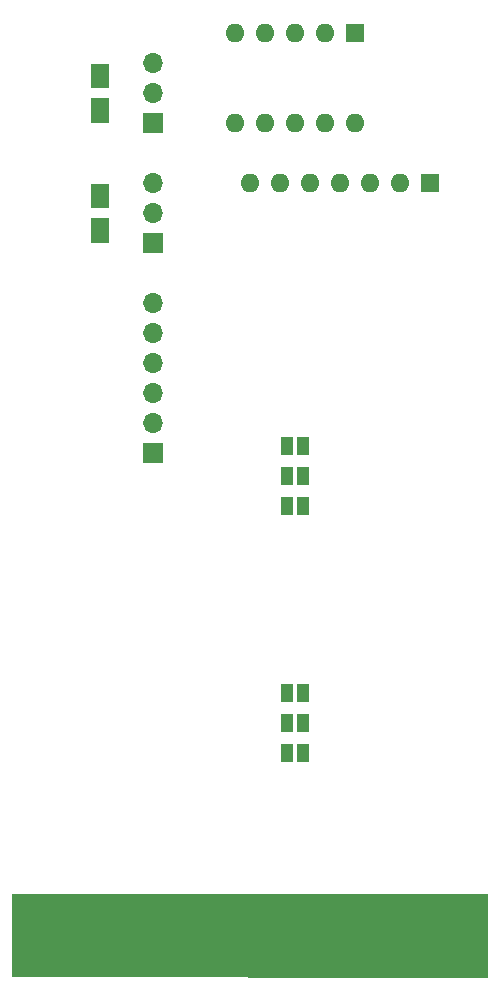
<source format=gbr>
%TF.GenerationSoftware,KiCad,Pcbnew,(5.1.10)-1*%
%TF.CreationDate,2022-11-16T00:45:25-05:00*%
%TF.ProjectId,Coleco-Card3,436f6c65-636f-42d4-9361-7264332e6b69,1*%
%TF.SameCoordinates,Original*%
%TF.FileFunction,Soldermask,Bot*%
%TF.FilePolarity,Negative*%
%FSLAX46Y46*%
G04 Gerber Fmt 4.6, Leading zero omitted, Abs format (unit mm)*
G04 Created by KiCad (PCBNEW (5.1.10)-1) date 2022-11-16 00:45:25*
%MOMM*%
%LPD*%
G01*
G04 APERTURE LIST*
%ADD10C,0.100000*%
%ADD11R,1.750000X7.000000*%
%ADD12R,1.700000X1.700000*%
%ADD13O,1.700000X1.700000*%
%ADD14R,1.000000X1.500000*%
%ADD15R,1.600000X1.600000*%
%ADD16O,1.600000X1.600000*%
%ADD17R,1.500000X1.500000*%
G04 APERTURE END LIST*
D10*
%TO.C,X1*%
G36*
X78943201Y-146547701D02*
G01*
X78943201Y-153469201D01*
X119138701Y-153532701D01*
X119138701Y-146547701D01*
X78943201Y-146547701D01*
G37*
X78943201Y-146547701D02*
X78943201Y-153469201D01*
X119138701Y-153532701D01*
X119138701Y-146547701D01*
X78943201Y-146547701D01*
%TD*%
D11*
%TO.C,X1*%
X99072701Y-150040201D03*
X104152701Y-150040201D03*
X96532701Y-150040201D03*
X101612701Y-150040201D03*
X93992701Y-150040201D03*
X81292701Y-150040201D03*
X116852701Y-150040201D03*
X111772701Y-150040201D03*
X114312701Y-150040201D03*
X109232701Y-150040201D03*
X106692701Y-150040201D03*
X86372701Y-150040201D03*
X83832701Y-150040201D03*
X88912701Y-150040201D03*
X91452701Y-150040201D03*
%TD*%
D12*
%TO.C,J1*%
X90805000Y-81280000D03*
D13*
X90805000Y-78740000D03*
X90805000Y-76200000D03*
%TD*%
D12*
%TO.C,J2*%
X90805000Y-91440000D03*
D13*
X90805000Y-88900000D03*
X90805000Y-86360000D03*
%TD*%
D14*
%TO.C,JP6*%
X103505000Y-132080000D03*
X102205000Y-132080000D03*
%TD*%
%TO.C,JP7*%
X103505000Y-134620000D03*
X102205000Y-134620000D03*
%TD*%
%TO.C,JP8*%
X102205000Y-129540000D03*
X103505000Y-129540000D03*
%TD*%
%TO.C,JP14*%
X103505000Y-111125000D03*
X102205000Y-111125000D03*
%TD*%
%TO.C,JP15*%
X102205000Y-113665000D03*
X103505000Y-113665000D03*
%TD*%
%TO.C,JP16*%
X103505000Y-108585000D03*
X102205000Y-108585000D03*
%TD*%
D15*
%TO.C,RN1*%
X114300000Y-86360000D03*
D16*
X111760000Y-86360000D03*
X109220000Y-86360000D03*
X106680000Y-86360000D03*
X104140000Y-86360000D03*
X101600000Y-86360000D03*
X99060000Y-86360000D03*
%TD*%
D15*
%TO.C,SW2*%
X107950000Y-73660000D03*
D16*
X97790000Y-81280000D03*
X105410000Y-73660000D03*
X100330000Y-81280000D03*
X102870000Y-73660000D03*
X102870000Y-81280000D03*
X100330000Y-73660000D03*
X105410000Y-81280000D03*
X97790000Y-73660000D03*
X107950000Y-81280000D03*
%TD*%
D12*
%TO.C,J5*%
X90805000Y-109220000D03*
D13*
X90805000Y-106680000D03*
X90805000Y-104140000D03*
X90805000Y-101600000D03*
X90805000Y-99060000D03*
X90805000Y-96520000D03*
%TD*%
D10*
%TO.C,JP1*%
G36*
X86360000Y-77740000D02*
G01*
X85610000Y-77240000D01*
X85610000Y-76240000D01*
X87110000Y-76240000D01*
X87110000Y-77240000D01*
X86360000Y-77740000D01*
G37*
G36*
X86360000Y-79740000D02*
G01*
X87110000Y-80240000D01*
X87110000Y-81240000D01*
X85610000Y-81240000D01*
X85610000Y-80240000D01*
X86360000Y-79740000D01*
G37*
D17*
X86360000Y-79940000D03*
X86360000Y-77540000D03*
%TD*%
%TO.C,JP2*%
X86360000Y-87700000D03*
X86360000Y-90100000D03*
D10*
G36*
X86360000Y-89900000D02*
G01*
X87110000Y-90400000D01*
X87110000Y-91400000D01*
X85610000Y-91400000D01*
X85610000Y-90400000D01*
X86360000Y-89900000D01*
G37*
G36*
X86360000Y-87900000D02*
G01*
X85610000Y-87400000D01*
X85610000Y-86400000D01*
X87110000Y-86400000D01*
X87110000Y-87400000D01*
X86360000Y-87900000D01*
G37*
%TD*%
M02*

</source>
